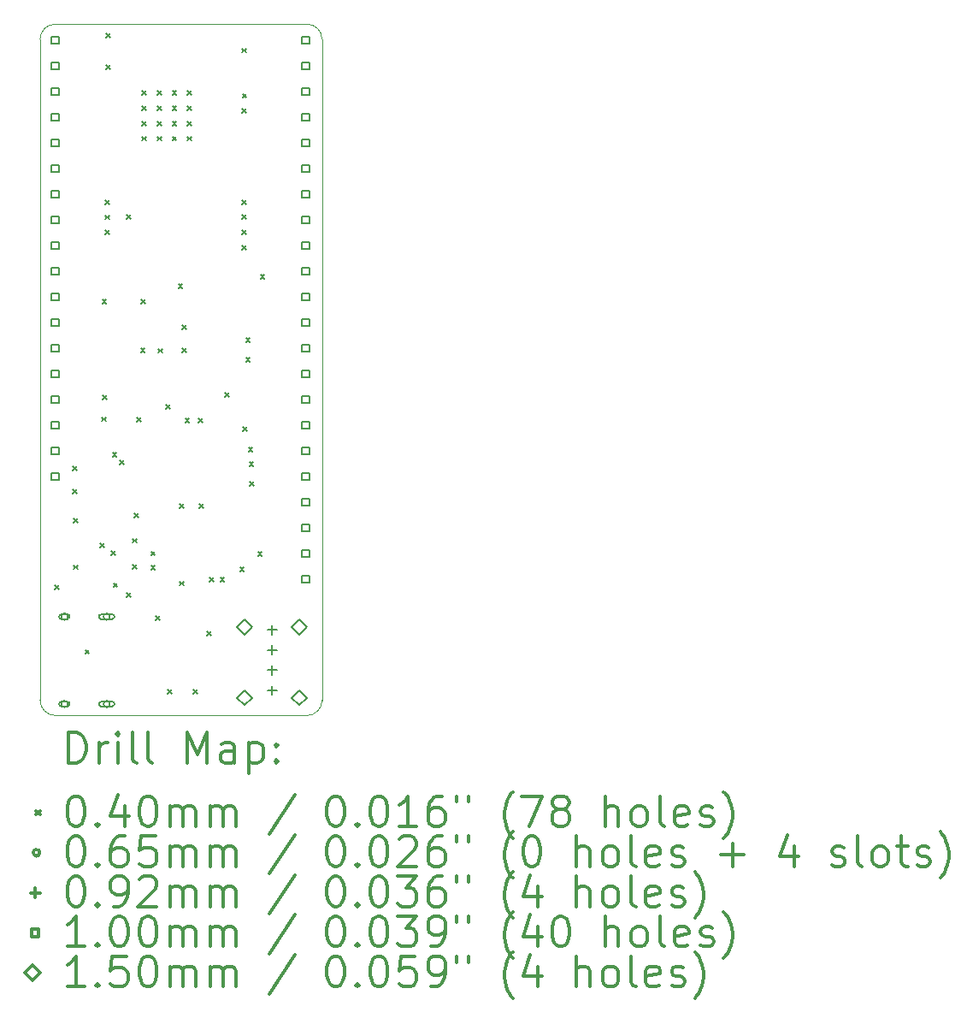
<source format=gbr>
%FSLAX45Y45*%
G04 Gerber Fmt 4.5, Leading zero omitted, Abs format (unit mm)*
G04 Created by KiCad (PCBNEW 5.1.5+dfsg1-2build2) date 2021-06-10 16:32:59*
%MOMM*%
%LPD*%
G04 APERTURE LIST*
%TA.AperFunction,Profile*%
%ADD10C,0.050000*%
%TD*%
%ADD11C,0.200000*%
%ADD12C,0.300000*%
G04 APERTURE END LIST*
D10*
X13695000Y-13400000D02*
X13695000Y-6858000D01*
X16337000Y-13551000D02*
X13845000Y-13550000D01*
X16487000Y-6858000D02*
X16487000Y-13401000D01*
X13845000Y-6708000D02*
X16337000Y-6708000D01*
X16487000Y-13401000D02*
G75*
G02X16337000Y-13551000I-150000J0D01*
G01*
X13845000Y-13550000D02*
G75*
G02X13695000Y-13400000I0J150000D01*
G01*
X13695000Y-6858000D02*
G75*
G02X13845000Y-6708000I150000J0D01*
G01*
X16337000Y-6708000D02*
G75*
G02X16487000Y-6858000I0J-150000D01*
G01*
D11*
X13843990Y-12259710D02*
X13883990Y-12299710D01*
X13883990Y-12259710D02*
X13843990Y-12299710D01*
X14020266Y-11083944D02*
X14060266Y-11123944D01*
X14060266Y-11083944D02*
X14020266Y-11123944D01*
X14021282Y-11310766D02*
X14061282Y-11350766D01*
X14061282Y-11310766D02*
X14021282Y-11350766D01*
X14025092Y-12062098D02*
X14065092Y-12102098D01*
X14065092Y-12062098D02*
X14025092Y-12102098D01*
X14028140Y-11599310D02*
X14068140Y-11639310D01*
X14068140Y-11599310D02*
X14028140Y-11639310D01*
X14142441Y-12901060D02*
X14182441Y-12941060D01*
X14182441Y-12901060D02*
X14142441Y-12941060D01*
X14291538Y-11846198D02*
X14331538Y-11886198D01*
X14331538Y-11846198D02*
X14291538Y-11886198D01*
X14303952Y-10598772D02*
X14343952Y-10638772D01*
X14343952Y-10598772D02*
X14303952Y-10638772D01*
X14310080Y-9431420D02*
X14350080Y-9471420D01*
X14350080Y-9431420D02*
X14310080Y-9471420D01*
X14317700Y-10383920D02*
X14357700Y-10423920D01*
X14357700Y-10383920D02*
X14317700Y-10423920D01*
X14339798Y-8749938D02*
X14379798Y-8789938D01*
X14379798Y-8749938D02*
X14339798Y-8789938D01*
X14340814Y-8598808D02*
X14380814Y-8638808D01*
X14380814Y-8598808D02*
X14340814Y-8638808D01*
X14341322Y-8452250D02*
X14381322Y-8492250D01*
X14381322Y-8452250D02*
X14341322Y-8492250D01*
X14346910Y-6801250D02*
X14386910Y-6841250D01*
X14386910Y-6801250D02*
X14346910Y-6841250D01*
X14347164Y-7112400D02*
X14387164Y-7152400D01*
X14387164Y-7112400D02*
X14347164Y-7152400D01*
X14401520Y-11924430D02*
X14441520Y-11964430D01*
X14441520Y-11924430D02*
X14401520Y-11964430D01*
X14412294Y-10950622D02*
X14452294Y-10990622D01*
X14452294Y-10950622D02*
X14412294Y-10990622D01*
X14420990Y-12241266D02*
X14460990Y-12281266D01*
X14460990Y-12241266D02*
X14420990Y-12281266D01*
X14482038Y-11024254D02*
X14522038Y-11064254D01*
X14522038Y-11024254D02*
X14482038Y-11064254D01*
X14552039Y-8598554D02*
X14592039Y-8638554D01*
X14592039Y-8598554D02*
X14552039Y-8638554D01*
X14552650Y-12339974D02*
X14592650Y-12379974D01*
X14592650Y-12339974D02*
X14552650Y-12379974D01*
X14612340Y-12056256D02*
X14652340Y-12096256D01*
X14652340Y-12056256D02*
X14612340Y-12096256D01*
X14613610Y-11800478D02*
X14653610Y-11840478D01*
X14653610Y-11800478D02*
X14613610Y-11840478D01*
X14626508Y-11549272D02*
X14666508Y-11589272D01*
X14666508Y-11549272D02*
X14626508Y-11589272D01*
X14656028Y-10601344D02*
X14696028Y-10641344D01*
X14696028Y-10601344D02*
X14656028Y-10641344D01*
X14691334Y-9916052D02*
X14731334Y-9956052D01*
X14731334Y-9916052D02*
X14691334Y-9956052D01*
X14696160Y-9431420D02*
X14736160Y-9471420D01*
X14736160Y-9431420D02*
X14696160Y-9471420D01*
X14705470Y-7370630D02*
X14745470Y-7410630D01*
X14745470Y-7370630D02*
X14705470Y-7410630D01*
X14705470Y-7520630D02*
X14745470Y-7560630D01*
X14745470Y-7520630D02*
X14705470Y-7560630D01*
X14705470Y-7670630D02*
X14745470Y-7710630D01*
X14745470Y-7670630D02*
X14705470Y-7710630D01*
X14705470Y-7820630D02*
X14745470Y-7860630D01*
X14745470Y-7820630D02*
X14705470Y-7860630D01*
X14794204Y-11927732D02*
X14834204Y-11967732D01*
X14834204Y-11927732D02*
X14794204Y-11967732D01*
X14794204Y-12064384D02*
X14834204Y-12104384D01*
X14834204Y-12064384D02*
X14794204Y-12104384D01*
X14840432Y-12565272D02*
X14880432Y-12605272D01*
X14880432Y-12565272D02*
X14840432Y-12605272D01*
X14855470Y-7370630D02*
X14895470Y-7410630D01*
X14895470Y-7370630D02*
X14855470Y-7410630D01*
X14855470Y-7520630D02*
X14895470Y-7560630D01*
X14895470Y-7520630D02*
X14855470Y-7560630D01*
X14855470Y-7670630D02*
X14895470Y-7710630D01*
X14895470Y-7670630D02*
X14855470Y-7710630D01*
X14855470Y-7820630D02*
X14895470Y-7860630D01*
X14895470Y-7820630D02*
X14855470Y-7860630D01*
X14863800Y-9920370D02*
X14903800Y-9960370D01*
X14903800Y-9920370D02*
X14863800Y-9960370D01*
X14940000Y-10477900D02*
X14980000Y-10517900D01*
X14980000Y-10477900D02*
X14940000Y-10517900D01*
X14956510Y-13293490D02*
X14996510Y-13333490D01*
X14996510Y-13293490D02*
X14956510Y-13333490D01*
X15005470Y-7370630D02*
X15045470Y-7410630D01*
X15045470Y-7370630D02*
X15005470Y-7410630D01*
X15005470Y-7520630D02*
X15045470Y-7560630D01*
X15045470Y-7520630D02*
X15005470Y-7560630D01*
X15005470Y-7670630D02*
X15045470Y-7710630D01*
X15045470Y-7670630D02*
X15005470Y-7710630D01*
X15005470Y-7820630D02*
X15045470Y-7860630D01*
X15045470Y-7820630D02*
X15005470Y-7860630D01*
X15064968Y-9281052D02*
X15104968Y-9321052D01*
X15104968Y-9281052D02*
X15064968Y-9321052D01*
X15078407Y-12222880D02*
X15118407Y-12262880D01*
X15118407Y-12222880D02*
X15078407Y-12262880D01*
X15079700Y-11457070D02*
X15119700Y-11497070D01*
X15119700Y-11457070D02*
X15079700Y-11497070D01*
X15101250Y-9685290D02*
X15141250Y-9725290D01*
X15141250Y-9685290D02*
X15101250Y-9725290D01*
X15101250Y-9915290D02*
X15141250Y-9955290D01*
X15141250Y-9915290D02*
X15101250Y-9955290D01*
X15132532Y-10610488D02*
X15172532Y-10650488D01*
X15172532Y-10610488D02*
X15132532Y-10650488D01*
X15155470Y-7370630D02*
X15195470Y-7410630D01*
X15195470Y-7370630D02*
X15155470Y-7410630D01*
X15155470Y-7520630D02*
X15195470Y-7560630D01*
X15195470Y-7520630D02*
X15155470Y-7560630D01*
X15155470Y-7670630D02*
X15195470Y-7710630D01*
X15195470Y-7670630D02*
X15155470Y-7710630D01*
X15155470Y-7820630D02*
X15195470Y-7860630D01*
X15195470Y-7820630D02*
X15155470Y-7860630D01*
X15213050Y-13293490D02*
X15253050Y-13333490D01*
X15253050Y-13293490D02*
X15213050Y-13333490D01*
X15260548Y-10607948D02*
X15300548Y-10647948D01*
X15300548Y-10607948D02*
X15260548Y-10647948D01*
X15272740Y-11455800D02*
X15312740Y-11495800D01*
X15312740Y-11455800D02*
X15272740Y-11495800D01*
X15345130Y-12718180D02*
X15385130Y-12758180D01*
X15385130Y-12718180D02*
X15345130Y-12758180D01*
X15373070Y-12183764D02*
X15413070Y-12223764D01*
X15413070Y-12183764D02*
X15373070Y-12223764D01*
X15479750Y-12187574D02*
X15519750Y-12227574D01*
X15519750Y-12187574D02*
X15479750Y-12227574D01*
X15526232Y-10358520D02*
X15566232Y-10398520D01*
X15566232Y-10358520D02*
X15526232Y-10398520D01*
X15675030Y-12081910D02*
X15715030Y-12121910D01*
X15715030Y-12081910D02*
X15675030Y-12121910D01*
X15692348Y-8594744D02*
X15732348Y-8634744D01*
X15732348Y-8594744D02*
X15692348Y-8634744D01*
X15692348Y-8898528D02*
X15732348Y-8938528D01*
X15732348Y-8898528D02*
X15692348Y-8938528D01*
X15692602Y-8748922D02*
X15732602Y-8788922D01*
X15732602Y-8748922D02*
X15692602Y-8788922D01*
X15694126Y-6948062D02*
X15734126Y-6988062D01*
X15734126Y-6948062D02*
X15694126Y-6988062D01*
X15695396Y-8449710D02*
X15735396Y-8489710D01*
X15735396Y-8449710D02*
X15695396Y-8489710D01*
X15697428Y-7548010D02*
X15737428Y-7588010D01*
X15737428Y-7548010D02*
X15697428Y-7588010D01*
X15698444Y-7397134D02*
X15738444Y-7437134D01*
X15738444Y-7397134D02*
X15698444Y-7437134D01*
X15705810Y-10693292D02*
X15745810Y-10733292D01*
X15745810Y-10693292D02*
X15705810Y-10733292D01*
X15732480Y-9815976D02*
X15772480Y-9855976D01*
X15772480Y-9815976D02*
X15732480Y-9855976D01*
X15732480Y-10010032D02*
X15772480Y-10050032D01*
X15772480Y-10010032D02*
X15732480Y-10050032D01*
X15758331Y-10896549D02*
X15798331Y-10936549D01*
X15798331Y-10896549D02*
X15758331Y-10936549D01*
X15768040Y-11043050D02*
X15808040Y-11083050D01*
X15808040Y-11043050D02*
X15768040Y-11083050D01*
X15769310Y-11239900D02*
X15809310Y-11279900D01*
X15809310Y-11239900D02*
X15769310Y-11279900D01*
X15851352Y-11928494D02*
X15891352Y-11968494D01*
X15891352Y-11928494D02*
X15851352Y-11968494D01*
X15877260Y-9188596D02*
X15917260Y-9228596D01*
X15917260Y-9188596D02*
X15877260Y-9228596D01*
X13968880Y-12572880D02*
G75*
G03X13968880Y-12572880I-32500J0D01*
G01*
X13966380Y-12550380D02*
X13906380Y-12550380D01*
X13966380Y-12595380D02*
X13906380Y-12595380D01*
X13906380Y-12550380D02*
G75*
G03X13906380Y-12595380I0J-22500D01*
G01*
X13966380Y-12595380D02*
G75*
G03X13966380Y-12550380I0J22500D01*
G01*
X13968880Y-13436880D02*
G75*
G03X13968880Y-13436880I-32500J0D01*
G01*
X13966380Y-13414380D02*
X13906380Y-13414380D01*
X13966380Y-13459380D02*
X13906380Y-13459380D01*
X13906380Y-13414380D02*
G75*
G03X13906380Y-13459380I0J-22500D01*
G01*
X13966380Y-13459380D02*
G75*
G03X13966380Y-13414380I0J22500D01*
G01*
X14386880Y-12572880D02*
G75*
G03X14386880Y-12572880I-32500J0D01*
G01*
X14409380Y-12550380D02*
X14299380Y-12550380D01*
X14409380Y-12595380D02*
X14299380Y-12595380D01*
X14299380Y-12550380D02*
G75*
G03X14299380Y-12595380I0J-22500D01*
G01*
X14409380Y-12595380D02*
G75*
G03X14409380Y-12550380I0J22500D01*
G01*
X14386880Y-13436880D02*
G75*
G03X14386880Y-13436880I-32500J0D01*
G01*
X14409380Y-13414380D02*
X14299380Y-13414380D01*
X14409380Y-13459380D02*
X14299380Y-13459380D01*
X14299380Y-13414380D02*
G75*
G03X14299380Y-13459380I0J-22500D01*
G01*
X14409380Y-13459380D02*
G75*
G03X14409380Y-13414380I0J22500D01*
G01*
X15991240Y-12656060D02*
X15991240Y-12748060D01*
X15945240Y-12702060D02*
X16037240Y-12702060D01*
X15991240Y-12856060D02*
X15991240Y-12948060D01*
X15945240Y-12902060D02*
X16037240Y-12902060D01*
X15991240Y-13056060D02*
X15991240Y-13148060D01*
X15945240Y-13102060D02*
X16037240Y-13102060D01*
X15991240Y-13256060D02*
X15991240Y-13348060D01*
X15945240Y-13302060D02*
X16037240Y-13302060D01*
X13880356Y-6902856D02*
X13880356Y-6832144D01*
X13809644Y-6832144D01*
X13809644Y-6902856D01*
X13880356Y-6902856D01*
X13880356Y-7156856D02*
X13880356Y-7086144D01*
X13809644Y-7086144D01*
X13809644Y-7156856D01*
X13880356Y-7156856D01*
X13880356Y-7410856D02*
X13880356Y-7340144D01*
X13809644Y-7340144D01*
X13809644Y-7410856D01*
X13880356Y-7410856D01*
X13880356Y-7664856D02*
X13880356Y-7594144D01*
X13809644Y-7594144D01*
X13809644Y-7664856D01*
X13880356Y-7664856D01*
X13880356Y-7918856D02*
X13880356Y-7848144D01*
X13809644Y-7848144D01*
X13809644Y-7918856D01*
X13880356Y-7918856D01*
X13880356Y-8172856D02*
X13880356Y-8102144D01*
X13809644Y-8102144D01*
X13809644Y-8172856D01*
X13880356Y-8172856D01*
X13880356Y-8426856D02*
X13880356Y-8356144D01*
X13809644Y-8356144D01*
X13809644Y-8426856D01*
X13880356Y-8426856D01*
X13880356Y-8680856D02*
X13880356Y-8610144D01*
X13809644Y-8610144D01*
X13809644Y-8680856D01*
X13880356Y-8680856D01*
X13880356Y-8934856D02*
X13880356Y-8864144D01*
X13809644Y-8864144D01*
X13809644Y-8934856D01*
X13880356Y-8934856D01*
X13880356Y-9188856D02*
X13880356Y-9118144D01*
X13809644Y-9118144D01*
X13809644Y-9188856D01*
X13880356Y-9188856D01*
X13880356Y-9442856D02*
X13880356Y-9372144D01*
X13809644Y-9372144D01*
X13809644Y-9442856D01*
X13880356Y-9442856D01*
X13880356Y-9696856D02*
X13880356Y-9626144D01*
X13809644Y-9626144D01*
X13809644Y-9696856D01*
X13880356Y-9696856D01*
X13880356Y-9950856D02*
X13880356Y-9880144D01*
X13809644Y-9880144D01*
X13809644Y-9950856D01*
X13880356Y-9950856D01*
X13880356Y-10204856D02*
X13880356Y-10134144D01*
X13809644Y-10134144D01*
X13809644Y-10204856D01*
X13880356Y-10204856D01*
X13880356Y-10458856D02*
X13880356Y-10388144D01*
X13809644Y-10388144D01*
X13809644Y-10458856D01*
X13880356Y-10458856D01*
X13880356Y-10712856D02*
X13880356Y-10642144D01*
X13809644Y-10642144D01*
X13809644Y-10712856D01*
X13880356Y-10712856D01*
X13880356Y-10966856D02*
X13880356Y-10896144D01*
X13809644Y-10896144D01*
X13809644Y-10966856D01*
X13880356Y-10966856D01*
X13880356Y-11220856D02*
X13880356Y-11150144D01*
X13809644Y-11150144D01*
X13809644Y-11220856D01*
X13880356Y-11220856D01*
X16359356Y-6902856D02*
X16359356Y-6832144D01*
X16288644Y-6832144D01*
X16288644Y-6902856D01*
X16359356Y-6902856D01*
X16359356Y-7156856D02*
X16359356Y-7086144D01*
X16288644Y-7086144D01*
X16288644Y-7156856D01*
X16359356Y-7156856D01*
X16359356Y-7410856D02*
X16359356Y-7340144D01*
X16288644Y-7340144D01*
X16288644Y-7410856D01*
X16359356Y-7410856D01*
X16359356Y-7664856D02*
X16359356Y-7594144D01*
X16288644Y-7594144D01*
X16288644Y-7664856D01*
X16359356Y-7664856D01*
X16359356Y-7918856D02*
X16359356Y-7848144D01*
X16288644Y-7848144D01*
X16288644Y-7918856D01*
X16359356Y-7918856D01*
X16359356Y-8172856D02*
X16359356Y-8102144D01*
X16288644Y-8102144D01*
X16288644Y-8172856D01*
X16359356Y-8172856D01*
X16359356Y-8426856D02*
X16359356Y-8356144D01*
X16288644Y-8356144D01*
X16288644Y-8426856D01*
X16359356Y-8426856D01*
X16359356Y-8680856D02*
X16359356Y-8610144D01*
X16288644Y-8610144D01*
X16288644Y-8680856D01*
X16359356Y-8680856D01*
X16359356Y-8934856D02*
X16359356Y-8864144D01*
X16288644Y-8864144D01*
X16288644Y-8934856D01*
X16359356Y-8934856D01*
X16359356Y-9188856D02*
X16359356Y-9118144D01*
X16288644Y-9118144D01*
X16288644Y-9188856D01*
X16359356Y-9188856D01*
X16359356Y-9442856D02*
X16359356Y-9372144D01*
X16288644Y-9372144D01*
X16288644Y-9442856D01*
X16359356Y-9442856D01*
X16359356Y-9696856D02*
X16359356Y-9626144D01*
X16288644Y-9626144D01*
X16288644Y-9696856D01*
X16359356Y-9696856D01*
X16359356Y-9950856D02*
X16359356Y-9880144D01*
X16288644Y-9880144D01*
X16288644Y-9950856D01*
X16359356Y-9950856D01*
X16359356Y-10204856D02*
X16359356Y-10134144D01*
X16288644Y-10134144D01*
X16288644Y-10204856D01*
X16359356Y-10204856D01*
X16359356Y-10458856D02*
X16359356Y-10388144D01*
X16288644Y-10388144D01*
X16288644Y-10458856D01*
X16359356Y-10458856D01*
X16359356Y-10712856D02*
X16359356Y-10642144D01*
X16288644Y-10642144D01*
X16288644Y-10712856D01*
X16359356Y-10712856D01*
X16359356Y-10966856D02*
X16359356Y-10896144D01*
X16288644Y-10896144D01*
X16288644Y-10966856D01*
X16359356Y-10966856D01*
X16359356Y-11220856D02*
X16359356Y-11150144D01*
X16288644Y-11150144D01*
X16288644Y-11220856D01*
X16359356Y-11220856D01*
X16359356Y-11474856D02*
X16359356Y-11404144D01*
X16288644Y-11404144D01*
X16288644Y-11474856D01*
X16359356Y-11474856D01*
X16359356Y-11728856D02*
X16359356Y-11658144D01*
X16288644Y-11658144D01*
X16288644Y-11728856D01*
X16359356Y-11728856D01*
X16359356Y-11982856D02*
X16359356Y-11912144D01*
X16288644Y-11912144D01*
X16288644Y-11982856D01*
X16359356Y-11982856D01*
X16359356Y-12236856D02*
X16359356Y-12166144D01*
X16288644Y-12166144D01*
X16288644Y-12236856D01*
X16359356Y-12236856D01*
X15719240Y-12750060D02*
X15794240Y-12675060D01*
X15719240Y-12600060D01*
X15644240Y-12675060D01*
X15719240Y-12750060D01*
X15719240Y-13450060D02*
X15794240Y-13375060D01*
X15719240Y-13300060D01*
X15644240Y-13375060D01*
X15719240Y-13450060D01*
X16263240Y-12750060D02*
X16338240Y-12675060D01*
X16263240Y-12600060D01*
X16188240Y-12675060D01*
X16263240Y-12750060D01*
X16263240Y-13450060D02*
X16338240Y-13375060D01*
X16263240Y-13300060D01*
X16188240Y-13375060D01*
X16263240Y-13450060D01*
D12*
X13978928Y-14019214D02*
X13978928Y-13719214D01*
X14050357Y-13719214D01*
X14093214Y-13733500D01*
X14121786Y-13762071D01*
X14136071Y-13790643D01*
X14150357Y-13847786D01*
X14150357Y-13890643D01*
X14136071Y-13947786D01*
X14121786Y-13976357D01*
X14093214Y-14004929D01*
X14050357Y-14019214D01*
X13978928Y-14019214D01*
X14278928Y-14019214D02*
X14278928Y-13819214D01*
X14278928Y-13876357D02*
X14293214Y-13847786D01*
X14307500Y-13833500D01*
X14336071Y-13819214D01*
X14364643Y-13819214D01*
X14464643Y-14019214D02*
X14464643Y-13819214D01*
X14464643Y-13719214D02*
X14450357Y-13733500D01*
X14464643Y-13747786D01*
X14478928Y-13733500D01*
X14464643Y-13719214D01*
X14464643Y-13747786D01*
X14650357Y-14019214D02*
X14621786Y-14004929D01*
X14607500Y-13976357D01*
X14607500Y-13719214D01*
X14807500Y-14019214D02*
X14778928Y-14004929D01*
X14764643Y-13976357D01*
X14764643Y-13719214D01*
X15150357Y-14019214D02*
X15150357Y-13719214D01*
X15250357Y-13933500D01*
X15350357Y-13719214D01*
X15350357Y-14019214D01*
X15621786Y-14019214D02*
X15621786Y-13862071D01*
X15607500Y-13833500D01*
X15578928Y-13819214D01*
X15521786Y-13819214D01*
X15493214Y-13833500D01*
X15621786Y-14004929D02*
X15593214Y-14019214D01*
X15521786Y-14019214D01*
X15493214Y-14004929D01*
X15478928Y-13976357D01*
X15478928Y-13947786D01*
X15493214Y-13919214D01*
X15521786Y-13904929D01*
X15593214Y-13904929D01*
X15621786Y-13890643D01*
X15764643Y-13819214D02*
X15764643Y-14119214D01*
X15764643Y-13833500D02*
X15793214Y-13819214D01*
X15850357Y-13819214D01*
X15878928Y-13833500D01*
X15893214Y-13847786D01*
X15907500Y-13876357D01*
X15907500Y-13962071D01*
X15893214Y-13990643D01*
X15878928Y-14004929D01*
X15850357Y-14019214D01*
X15793214Y-14019214D01*
X15764643Y-14004929D01*
X16036071Y-13990643D02*
X16050357Y-14004929D01*
X16036071Y-14019214D01*
X16021786Y-14004929D01*
X16036071Y-13990643D01*
X16036071Y-14019214D01*
X16036071Y-13833500D02*
X16050357Y-13847786D01*
X16036071Y-13862071D01*
X16021786Y-13847786D01*
X16036071Y-13833500D01*
X16036071Y-13862071D01*
X13652500Y-14493500D02*
X13692500Y-14533500D01*
X13692500Y-14493500D02*
X13652500Y-14533500D01*
X14036071Y-14349214D02*
X14064643Y-14349214D01*
X14093214Y-14363500D01*
X14107500Y-14377786D01*
X14121786Y-14406357D01*
X14136071Y-14463500D01*
X14136071Y-14534929D01*
X14121786Y-14592071D01*
X14107500Y-14620643D01*
X14093214Y-14634929D01*
X14064643Y-14649214D01*
X14036071Y-14649214D01*
X14007500Y-14634929D01*
X13993214Y-14620643D01*
X13978928Y-14592071D01*
X13964643Y-14534929D01*
X13964643Y-14463500D01*
X13978928Y-14406357D01*
X13993214Y-14377786D01*
X14007500Y-14363500D01*
X14036071Y-14349214D01*
X14264643Y-14620643D02*
X14278928Y-14634929D01*
X14264643Y-14649214D01*
X14250357Y-14634929D01*
X14264643Y-14620643D01*
X14264643Y-14649214D01*
X14536071Y-14449214D02*
X14536071Y-14649214D01*
X14464643Y-14334929D02*
X14393214Y-14549214D01*
X14578928Y-14549214D01*
X14750357Y-14349214D02*
X14778928Y-14349214D01*
X14807500Y-14363500D01*
X14821786Y-14377786D01*
X14836071Y-14406357D01*
X14850357Y-14463500D01*
X14850357Y-14534929D01*
X14836071Y-14592071D01*
X14821786Y-14620643D01*
X14807500Y-14634929D01*
X14778928Y-14649214D01*
X14750357Y-14649214D01*
X14721786Y-14634929D01*
X14707500Y-14620643D01*
X14693214Y-14592071D01*
X14678928Y-14534929D01*
X14678928Y-14463500D01*
X14693214Y-14406357D01*
X14707500Y-14377786D01*
X14721786Y-14363500D01*
X14750357Y-14349214D01*
X14978928Y-14649214D02*
X14978928Y-14449214D01*
X14978928Y-14477786D02*
X14993214Y-14463500D01*
X15021786Y-14449214D01*
X15064643Y-14449214D01*
X15093214Y-14463500D01*
X15107500Y-14492071D01*
X15107500Y-14649214D01*
X15107500Y-14492071D02*
X15121786Y-14463500D01*
X15150357Y-14449214D01*
X15193214Y-14449214D01*
X15221786Y-14463500D01*
X15236071Y-14492071D01*
X15236071Y-14649214D01*
X15378928Y-14649214D02*
X15378928Y-14449214D01*
X15378928Y-14477786D02*
X15393214Y-14463500D01*
X15421786Y-14449214D01*
X15464643Y-14449214D01*
X15493214Y-14463500D01*
X15507500Y-14492071D01*
X15507500Y-14649214D01*
X15507500Y-14492071D02*
X15521786Y-14463500D01*
X15550357Y-14449214D01*
X15593214Y-14449214D01*
X15621786Y-14463500D01*
X15636071Y-14492071D01*
X15636071Y-14649214D01*
X16221786Y-14334929D02*
X15964643Y-14720643D01*
X16607500Y-14349214D02*
X16636071Y-14349214D01*
X16664643Y-14363500D01*
X16678928Y-14377786D01*
X16693214Y-14406357D01*
X16707500Y-14463500D01*
X16707500Y-14534929D01*
X16693214Y-14592071D01*
X16678928Y-14620643D01*
X16664643Y-14634929D01*
X16636071Y-14649214D01*
X16607500Y-14649214D01*
X16578928Y-14634929D01*
X16564643Y-14620643D01*
X16550357Y-14592071D01*
X16536071Y-14534929D01*
X16536071Y-14463500D01*
X16550357Y-14406357D01*
X16564643Y-14377786D01*
X16578928Y-14363500D01*
X16607500Y-14349214D01*
X16836071Y-14620643D02*
X16850357Y-14634929D01*
X16836071Y-14649214D01*
X16821786Y-14634929D01*
X16836071Y-14620643D01*
X16836071Y-14649214D01*
X17036071Y-14349214D02*
X17064643Y-14349214D01*
X17093214Y-14363500D01*
X17107500Y-14377786D01*
X17121786Y-14406357D01*
X17136071Y-14463500D01*
X17136071Y-14534929D01*
X17121786Y-14592071D01*
X17107500Y-14620643D01*
X17093214Y-14634929D01*
X17064643Y-14649214D01*
X17036071Y-14649214D01*
X17007500Y-14634929D01*
X16993214Y-14620643D01*
X16978928Y-14592071D01*
X16964643Y-14534929D01*
X16964643Y-14463500D01*
X16978928Y-14406357D01*
X16993214Y-14377786D01*
X17007500Y-14363500D01*
X17036071Y-14349214D01*
X17421786Y-14649214D02*
X17250357Y-14649214D01*
X17336071Y-14649214D02*
X17336071Y-14349214D01*
X17307500Y-14392071D01*
X17278928Y-14420643D01*
X17250357Y-14434929D01*
X17678928Y-14349214D02*
X17621786Y-14349214D01*
X17593214Y-14363500D01*
X17578928Y-14377786D01*
X17550357Y-14420643D01*
X17536071Y-14477786D01*
X17536071Y-14592071D01*
X17550357Y-14620643D01*
X17564643Y-14634929D01*
X17593214Y-14649214D01*
X17650357Y-14649214D01*
X17678928Y-14634929D01*
X17693214Y-14620643D01*
X17707500Y-14592071D01*
X17707500Y-14520643D01*
X17693214Y-14492071D01*
X17678928Y-14477786D01*
X17650357Y-14463500D01*
X17593214Y-14463500D01*
X17564643Y-14477786D01*
X17550357Y-14492071D01*
X17536071Y-14520643D01*
X17821786Y-14349214D02*
X17821786Y-14406357D01*
X17936071Y-14349214D02*
X17936071Y-14406357D01*
X18378928Y-14763500D02*
X18364643Y-14749214D01*
X18336071Y-14706357D01*
X18321786Y-14677786D01*
X18307500Y-14634929D01*
X18293214Y-14563500D01*
X18293214Y-14506357D01*
X18307500Y-14434929D01*
X18321786Y-14392071D01*
X18336071Y-14363500D01*
X18364643Y-14320643D01*
X18378928Y-14306357D01*
X18464643Y-14349214D02*
X18664643Y-14349214D01*
X18536071Y-14649214D01*
X18821786Y-14477786D02*
X18793214Y-14463500D01*
X18778928Y-14449214D01*
X18764643Y-14420643D01*
X18764643Y-14406357D01*
X18778928Y-14377786D01*
X18793214Y-14363500D01*
X18821786Y-14349214D01*
X18878928Y-14349214D01*
X18907500Y-14363500D01*
X18921786Y-14377786D01*
X18936071Y-14406357D01*
X18936071Y-14420643D01*
X18921786Y-14449214D01*
X18907500Y-14463500D01*
X18878928Y-14477786D01*
X18821786Y-14477786D01*
X18793214Y-14492071D01*
X18778928Y-14506357D01*
X18764643Y-14534929D01*
X18764643Y-14592071D01*
X18778928Y-14620643D01*
X18793214Y-14634929D01*
X18821786Y-14649214D01*
X18878928Y-14649214D01*
X18907500Y-14634929D01*
X18921786Y-14620643D01*
X18936071Y-14592071D01*
X18936071Y-14534929D01*
X18921786Y-14506357D01*
X18907500Y-14492071D01*
X18878928Y-14477786D01*
X19293214Y-14649214D02*
X19293214Y-14349214D01*
X19421786Y-14649214D02*
X19421786Y-14492071D01*
X19407500Y-14463500D01*
X19378928Y-14449214D01*
X19336071Y-14449214D01*
X19307500Y-14463500D01*
X19293214Y-14477786D01*
X19607500Y-14649214D02*
X19578928Y-14634929D01*
X19564643Y-14620643D01*
X19550357Y-14592071D01*
X19550357Y-14506357D01*
X19564643Y-14477786D01*
X19578928Y-14463500D01*
X19607500Y-14449214D01*
X19650357Y-14449214D01*
X19678928Y-14463500D01*
X19693214Y-14477786D01*
X19707500Y-14506357D01*
X19707500Y-14592071D01*
X19693214Y-14620643D01*
X19678928Y-14634929D01*
X19650357Y-14649214D01*
X19607500Y-14649214D01*
X19878928Y-14649214D02*
X19850357Y-14634929D01*
X19836071Y-14606357D01*
X19836071Y-14349214D01*
X20107500Y-14634929D02*
X20078928Y-14649214D01*
X20021786Y-14649214D01*
X19993214Y-14634929D01*
X19978928Y-14606357D01*
X19978928Y-14492071D01*
X19993214Y-14463500D01*
X20021786Y-14449214D01*
X20078928Y-14449214D01*
X20107500Y-14463500D01*
X20121786Y-14492071D01*
X20121786Y-14520643D01*
X19978928Y-14549214D01*
X20236071Y-14634929D02*
X20264643Y-14649214D01*
X20321786Y-14649214D01*
X20350357Y-14634929D01*
X20364643Y-14606357D01*
X20364643Y-14592071D01*
X20350357Y-14563500D01*
X20321786Y-14549214D01*
X20278928Y-14549214D01*
X20250357Y-14534929D01*
X20236071Y-14506357D01*
X20236071Y-14492071D01*
X20250357Y-14463500D01*
X20278928Y-14449214D01*
X20321786Y-14449214D01*
X20350357Y-14463500D01*
X20464643Y-14763500D02*
X20478928Y-14749214D01*
X20507500Y-14706357D01*
X20521786Y-14677786D01*
X20536071Y-14634929D01*
X20550357Y-14563500D01*
X20550357Y-14506357D01*
X20536071Y-14434929D01*
X20521786Y-14392071D01*
X20507500Y-14363500D01*
X20478928Y-14320643D01*
X20464643Y-14306357D01*
X13692500Y-14909500D02*
G75*
G03X13692500Y-14909500I-32500J0D01*
G01*
X14036071Y-14745214D02*
X14064643Y-14745214D01*
X14093214Y-14759500D01*
X14107500Y-14773786D01*
X14121786Y-14802357D01*
X14136071Y-14859500D01*
X14136071Y-14930929D01*
X14121786Y-14988071D01*
X14107500Y-15016643D01*
X14093214Y-15030929D01*
X14064643Y-15045214D01*
X14036071Y-15045214D01*
X14007500Y-15030929D01*
X13993214Y-15016643D01*
X13978928Y-14988071D01*
X13964643Y-14930929D01*
X13964643Y-14859500D01*
X13978928Y-14802357D01*
X13993214Y-14773786D01*
X14007500Y-14759500D01*
X14036071Y-14745214D01*
X14264643Y-15016643D02*
X14278928Y-15030929D01*
X14264643Y-15045214D01*
X14250357Y-15030929D01*
X14264643Y-15016643D01*
X14264643Y-15045214D01*
X14536071Y-14745214D02*
X14478928Y-14745214D01*
X14450357Y-14759500D01*
X14436071Y-14773786D01*
X14407500Y-14816643D01*
X14393214Y-14873786D01*
X14393214Y-14988071D01*
X14407500Y-15016643D01*
X14421786Y-15030929D01*
X14450357Y-15045214D01*
X14507500Y-15045214D01*
X14536071Y-15030929D01*
X14550357Y-15016643D01*
X14564643Y-14988071D01*
X14564643Y-14916643D01*
X14550357Y-14888071D01*
X14536071Y-14873786D01*
X14507500Y-14859500D01*
X14450357Y-14859500D01*
X14421786Y-14873786D01*
X14407500Y-14888071D01*
X14393214Y-14916643D01*
X14836071Y-14745214D02*
X14693214Y-14745214D01*
X14678928Y-14888071D01*
X14693214Y-14873786D01*
X14721786Y-14859500D01*
X14793214Y-14859500D01*
X14821786Y-14873786D01*
X14836071Y-14888071D01*
X14850357Y-14916643D01*
X14850357Y-14988071D01*
X14836071Y-15016643D01*
X14821786Y-15030929D01*
X14793214Y-15045214D01*
X14721786Y-15045214D01*
X14693214Y-15030929D01*
X14678928Y-15016643D01*
X14978928Y-15045214D02*
X14978928Y-14845214D01*
X14978928Y-14873786D02*
X14993214Y-14859500D01*
X15021786Y-14845214D01*
X15064643Y-14845214D01*
X15093214Y-14859500D01*
X15107500Y-14888071D01*
X15107500Y-15045214D01*
X15107500Y-14888071D02*
X15121786Y-14859500D01*
X15150357Y-14845214D01*
X15193214Y-14845214D01*
X15221786Y-14859500D01*
X15236071Y-14888071D01*
X15236071Y-15045214D01*
X15378928Y-15045214D02*
X15378928Y-14845214D01*
X15378928Y-14873786D02*
X15393214Y-14859500D01*
X15421786Y-14845214D01*
X15464643Y-14845214D01*
X15493214Y-14859500D01*
X15507500Y-14888071D01*
X15507500Y-15045214D01*
X15507500Y-14888071D02*
X15521786Y-14859500D01*
X15550357Y-14845214D01*
X15593214Y-14845214D01*
X15621786Y-14859500D01*
X15636071Y-14888071D01*
X15636071Y-15045214D01*
X16221786Y-14730929D02*
X15964643Y-15116643D01*
X16607500Y-14745214D02*
X16636071Y-14745214D01*
X16664643Y-14759500D01*
X16678928Y-14773786D01*
X16693214Y-14802357D01*
X16707500Y-14859500D01*
X16707500Y-14930929D01*
X16693214Y-14988071D01*
X16678928Y-15016643D01*
X16664643Y-15030929D01*
X16636071Y-15045214D01*
X16607500Y-15045214D01*
X16578928Y-15030929D01*
X16564643Y-15016643D01*
X16550357Y-14988071D01*
X16536071Y-14930929D01*
X16536071Y-14859500D01*
X16550357Y-14802357D01*
X16564643Y-14773786D01*
X16578928Y-14759500D01*
X16607500Y-14745214D01*
X16836071Y-15016643D02*
X16850357Y-15030929D01*
X16836071Y-15045214D01*
X16821786Y-15030929D01*
X16836071Y-15016643D01*
X16836071Y-15045214D01*
X17036071Y-14745214D02*
X17064643Y-14745214D01*
X17093214Y-14759500D01*
X17107500Y-14773786D01*
X17121786Y-14802357D01*
X17136071Y-14859500D01*
X17136071Y-14930929D01*
X17121786Y-14988071D01*
X17107500Y-15016643D01*
X17093214Y-15030929D01*
X17064643Y-15045214D01*
X17036071Y-15045214D01*
X17007500Y-15030929D01*
X16993214Y-15016643D01*
X16978928Y-14988071D01*
X16964643Y-14930929D01*
X16964643Y-14859500D01*
X16978928Y-14802357D01*
X16993214Y-14773786D01*
X17007500Y-14759500D01*
X17036071Y-14745214D01*
X17250357Y-14773786D02*
X17264643Y-14759500D01*
X17293214Y-14745214D01*
X17364643Y-14745214D01*
X17393214Y-14759500D01*
X17407500Y-14773786D01*
X17421786Y-14802357D01*
X17421786Y-14830929D01*
X17407500Y-14873786D01*
X17236071Y-15045214D01*
X17421786Y-15045214D01*
X17678928Y-14745214D02*
X17621786Y-14745214D01*
X17593214Y-14759500D01*
X17578928Y-14773786D01*
X17550357Y-14816643D01*
X17536071Y-14873786D01*
X17536071Y-14988071D01*
X17550357Y-15016643D01*
X17564643Y-15030929D01*
X17593214Y-15045214D01*
X17650357Y-15045214D01*
X17678928Y-15030929D01*
X17693214Y-15016643D01*
X17707500Y-14988071D01*
X17707500Y-14916643D01*
X17693214Y-14888071D01*
X17678928Y-14873786D01*
X17650357Y-14859500D01*
X17593214Y-14859500D01*
X17564643Y-14873786D01*
X17550357Y-14888071D01*
X17536071Y-14916643D01*
X17821786Y-14745214D02*
X17821786Y-14802357D01*
X17936071Y-14745214D02*
X17936071Y-14802357D01*
X18378928Y-15159500D02*
X18364643Y-15145214D01*
X18336071Y-15102357D01*
X18321786Y-15073786D01*
X18307500Y-15030929D01*
X18293214Y-14959500D01*
X18293214Y-14902357D01*
X18307500Y-14830929D01*
X18321786Y-14788071D01*
X18336071Y-14759500D01*
X18364643Y-14716643D01*
X18378928Y-14702357D01*
X18550357Y-14745214D02*
X18578928Y-14745214D01*
X18607500Y-14759500D01*
X18621786Y-14773786D01*
X18636071Y-14802357D01*
X18650357Y-14859500D01*
X18650357Y-14930929D01*
X18636071Y-14988071D01*
X18621786Y-15016643D01*
X18607500Y-15030929D01*
X18578928Y-15045214D01*
X18550357Y-15045214D01*
X18521786Y-15030929D01*
X18507500Y-15016643D01*
X18493214Y-14988071D01*
X18478928Y-14930929D01*
X18478928Y-14859500D01*
X18493214Y-14802357D01*
X18507500Y-14773786D01*
X18521786Y-14759500D01*
X18550357Y-14745214D01*
X19007500Y-15045214D02*
X19007500Y-14745214D01*
X19136071Y-15045214D02*
X19136071Y-14888071D01*
X19121786Y-14859500D01*
X19093214Y-14845214D01*
X19050357Y-14845214D01*
X19021786Y-14859500D01*
X19007500Y-14873786D01*
X19321786Y-15045214D02*
X19293214Y-15030929D01*
X19278928Y-15016643D01*
X19264643Y-14988071D01*
X19264643Y-14902357D01*
X19278928Y-14873786D01*
X19293214Y-14859500D01*
X19321786Y-14845214D01*
X19364643Y-14845214D01*
X19393214Y-14859500D01*
X19407500Y-14873786D01*
X19421786Y-14902357D01*
X19421786Y-14988071D01*
X19407500Y-15016643D01*
X19393214Y-15030929D01*
X19364643Y-15045214D01*
X19321786Y-15045214D01*
X19593214Y-15045214D02*
X19564643Y-15030929D01*
X19550357Y-15002357D01*
X19550357Y-14745214D01*
X19821786Y-15030929D02*
X19793214Y-15045214D01*
X19736071Y-15045214D01*
X19707500Y-15030929D01*
X19693214Y-15002357D01*
X19693214Y-14888071D01*
X19707500Y-14859500D01*
X19736071Y-14845214D01*
X19793214Y-14845214D01*
X19821786Y-14859500D01*
X19836071Y-14888071D01*
X19836071Y-14916643D01*
X19693214Y-14945214D01*
X19950357Y-15030929D02*
X19978928Y-15045214D01*
X20036071Y-15045214D01*
X20064643Y-15030929D01*
X20078928Y-15002357D01*
X20078928Y-14988071D01*
X20064643Y-14959500D01*
X20036071Y-14945214D01*
X19993214Y-14945214D01*
X19964643Y-14930929D01*
X19950357Y-14902357D01*
X19950357Y-14888071D01*
X19964643Y-14859500D01*
X19993214Y-14845214D01*
X20036071Y-14845214D01*
X20064643Y-14859500D01*
X20436071Y-14930929D02*
X20664643Y-14930929D01*
X20550357Y-15045214D02*
X20550357Y-14816643D01*
X21164643Y-14845214D02*
X21164643Y-15045214D01*
X21093214Y-14730929D02*
X21021786Y-14945214D01*
X21207500Y-14945214D01*
X21536071Y-15030929D02*
X21564643Y-15045214D01*
X21621786Y-15045214D01*
X21650357Y-15030929D01*
X21664643Y-15002357D01*
X21664643Y-14988071D01*
X21650357Y-14959500D01*
X21621786Y-14945214D01*
X21578928Y-14945214D01*
X21550357Y-14930929D01*
X21536071Y-14902357D01*
X21536071Y-14888071D01*
X21550357Y-14859500D01*
X21578928Y-14845214D01*
X21621786Y-14845214D01*
X21650357Y-14859500D01*
X21836071Y-15045214D02*
X21807500Y-15030929D01*
X21793214Y-15002357D01*
X21793214Y-14745214D01*
X21993214Y-15045214D02*
X21964643Y-15030929D01*
X21950357Y-15016643D01*
X21936071Y-14988071D01*
X21936071Y-14902357D01*
X21950357Y-14873786D01*
X21964643Y-14859500D01*
X21993214Y-14845214D01*
X22036071Y-14845214D01*
X22064643Y-14859500D01*
X22078928Y-14873786D01*
X22093214Y-14902357D01*
X22093214Y-14988071D01*
X22078928Y-15016643D01*
X22064643Y-15030929D01*
X22036071Y-15045214D01*
X21993214Y-15045214D01*
X22178928Y-14845214D02*
X22293214Y-14845214D01*
X22221786Y-14745214D02*
X22221786Y-15002357D01*
X22236071Y-15030929D01*
X22264643Y-15045214D01*
X22293214Y-15045214D01*
X22378928Y-15030929D02*
X22407500Y-15045214D01*
X22464643Y-15045214D01*
X22493214Y-15030929D01*
X22507500Y-15002357D01*
X22507500Y-14988071D01*
X22493214Y-14959500D01*
X22464643Y-14945214D01*
X22421786Y-14945214D01*
X22393214Y-14930929D01*
X22378928Y-14902357D01*
X22378928Y-14888071D01*
X22393214Y-14859500D01*
X22421786Y-14845214D01*
X22464643Y-14845214D01*
X22493214Y-14859500D01*
X22607500Y-15159500D02*
X22621786Y-15145214D01*
X22650357Y-15102357D01*
X22664643Y-15073786D01*
X22678928Y-15030929D01*
X22693214Y-14959500D01*
X22693214Y-14902357D01*
X22678928Y-14830929D01*
X22664643Y-14788071D01*
X22650357Y-14759500D01*
X22621786Y-14716643D01*
X22607500Y-14702357D01*
X13646500Y-15259500D02*
X13646500Y-15351500D01*
X13600500Y-15305500D02*
X13692500Y-15305500D01*
X14036071Y-15141214D02*
X14064643Y-15141214D01*
X14093214Y-15155500D01*
X14107500Y-15169786D01*
X14121786Y-15198357D01*
X14136071Y-15255500D01*
X14136071Y-15326929D01*
X14121786Y-15384071D01*
X14107500Y-15412643D01*
X14093214Y-15426929D01*
X14064643Y-15441214D01*
X14036071Y-15441214D01*
X14007500Y-15426929D01*
X13993214Y-15412643D01*
X13978928Y-15384071D01*
X13964643Y-15326929D01*
X13964643Y-15255500D01*
X13978928Y-15198357D01*
X13993214Y-15169786D01*
X14007500Y-15155500D01*
X14036071Y-15141214D01*
X14264643Y-15412643D02*
X14278928Y-15426929D01*
X14264643Y-15441214D01*
X14250357Y-15426929D01*
X14264643Y-15412643D01*
X14264643Y-15441214D01*
X14421786Y-15441214D02*
X14478928Y-15441214D01*
X14507500Y-15426929D01*
X14521786Y-15412643D01*
X14550357Y-15369786D01*
X14564643Y-15312643D01*
X14564643Y-15198357D01*
X14550357Y-15169786D01*
X14536071Y-15155500D01*
X14507500Y-15141214D01*
X14450357Y-15141214D01*
X14421786Y-15155500D01*
X14407500Y-15169786D01*
X14393214Y-15198357D01*
X14393214Y-15269786D01*
X14407500Y-15298357D01*
X14421786Y-15312643D01*
X14450357Y-15326929D01*
X14507500Y-15326929D01*
X14536071Y-15312643D01*
X14550357Y-15298357D01*
X14564643Y-15269786D01*
X14678928Y-15169786D02*
X14693214Y-15155500D01*
X14721786Y-15141214D01*
X14793214Y-15141214D01*
X14821786Y-15155500D01*
X14836071Y-15169786D01*
X14850357Y-15198357D01*
X14850357Y-15226929D01*
X14836071Y-15269786D01*
X14664643Y-15441214D01*
X14850357Y-15441214D01*
X14978928Y-15441214D02*
X14978928Y-15241214D01*
X14978928Y-15269786D02*
X14993214Y-15255500D01*
X15021786Y-15241214D01*
X15064643Y-15241214D01*
X15093214Y-15255500D01*
X15107500Y-15284071D01*
X15107500Y-15441214D01*
X15107500Y-15284071D02*
X15121786Y-15255500D01*
X15150357Y-15241214D01*
X15193214Y-15241214D01*
X15221786Y-15255500D01*
X15236071Y-15284071D01*
X15236071Y-15441214D01*
X15378928Y-15441214D02*
X15378928Y-15241214D01*
X15378928Y-15269786D02*
X15393214Y-15255500D01*
X15421786Y-15241214D01*
X15464643Y-15241214D01*
X15493214Y-15255500D01*
X15507500Y-15284071D01*
X15507500Y-15441214D01*
X15507500Y-15284071D02*
X15521786Y-15255500D01*
X15550357Y-15241214D01*
X15593214Y-15241214D01*
X15621786Y-15255500D01*
X15636071Y-15284071D01*
X15636071Y-15441214D01*
X16221786Y-15126929D02*
X15964643Y-15512643D01*
X16607500Y-15141214D02*
X16636071Y-15141214D01*
X16664643Y-15155500D01*
X16678928Y-15169786D01*
X16693214Y-15198357D01*
X16707500Y-15255500D01*
X16707500Y-15326929D01*
X16693214Y-15384071D01*
X16678928Y-15412643D01*
X16664643Y-15426929D01*
X16636071Y-15441214D01*
X16607500Y-15441214D01*
X16578928Y-15426929D01*
X16564643Y-15412643D01*
X16550357Y-15384071D01*
X16536071Y-15326929D01*
X16536071Y-15255500D01*
X16550357Y-15198357D01*
X16564643Y-15169786D01*
X16578928Y-15155500D01*
X16607500Y-15141214D01*
X16836071Y-15412643D02*
X16850357Y-15426929D01*
X16836071Y-15441214D01*
X16821786Y-15426929D01*
X16836071Y-15412643D01*
X16836071Y-15441214D01*
X17036071Y-15141214D02*
X17064643Y-15141214D01*
X17093214Y-15155500D01*
X17107500Y-15169786D01*
X17121786Y-15198357D01*
X17136071Y-15255500D01*
X17136071Y-15326929D01*
X17121786Y-15384071D01*
X17107500Y-15412643D01*
X17093214Y-15426929D01*
X17064643Y-15441214D01*
X17036071Y-15441214D01*
X17007500Y-15426929D01*
X16993214Y-15412643D01*
X16978928Y-15384071D01*
X16964643Y-15326929D01*
X16964643Y-15255500D01*
X16978928Y-15198357D01*
X16993214Y-15169786D01*
X17007500Y-15155500D01*
X17036071Y-15141214D01*
X17236071Y-15141214D02*
X17421786Y-15141214D01*
X17321786Y-15255500D01*
X17364643Y-15255500D01*
X17393214Y-15269786D01*
X17407500Y-15284071D01*
X17421786Y-15312643D01*
X17421786Y-15384071D01*
X17407500Y-15412643D01*
X17393214Y-15426929D01*
X17364643Y-15441214D01*
X17278928Y-15441214D01*
X17250357Y-15426929D01*
X17236071Y-15412643D01*
X17678928Y-15141214D02*
X17621786Y-15141214D01*
X17593214Y-15155500D01*
X17578928Y-15169786D01*
X17550357Y-15212643D01*
X17536071Y-15269786D01*
X17536071Y-15384071D01*
X17550357Y-15412643D01*
X17564643Y-15426929D01*
X17593214Y-15441214D01*
X17650357Y-15441214D01*
X17678928Y-15426929D01*
X17693214Y-15412643D01*
X17707500Y-15384071D01*
X17707500Y-15312643D01*
X17693214Y-15284071D01*
X17678928Y-15269786D01*
X17650357Y-15255500D01*
X17593214Y-15255500D01*
X17564643Y-15269786D01*
X17550357Y-15284071D01*
X17536071Y-15312643D01*
X17821786Y-15141214D02*
X17821786Y-15198357D01*
X17936071Y-15141214D02*
X17936071Y-15198357D01*
X18378928Y-15555500D02*
X18364643Y-15541214D01*
X18336071Y-15498357D01*
X18321786Y-15469786D01*
X18307500Y-15426929D01*
X18293214Y-15355500D01*
X18293214Y-15298357D01*
X18307500Y-15226929D01*
X18321786Y-15184071D01*
X18336071Y-15155500D01*
X18364643Y-15112643D01*
X18378928Y-15098357D01*
X18621786Y-15241214D02*
X18621786Y-15441214D01*
X18550357Y-15126929D02*
X18478928Y-15341214D01*
X18664643Y-15341214D01*
X19007500Y-15441214D02*
X19007500Y-15141214D01*
X19136071Y-15441214D02*
X19136071Y-15284071D01*
X19121786Y-15255500D01*
X19093214Y-15241214D01*
X19050357Y-15241214D01*
X19021786Y-15255500D01*
X19007500Y-15269786D01*
X19321786Y-15441214D02*
X19293214Y-15426929D01*
X19278928Y-15412643D01*
X19264643Y-15384071D01*
X19264643Y-15298357D01*
X19278928Y-15269786D01*
X19293214Y-15255500D01*
X19321786Y-15241214D01*
X19364643Y-15241214D01*
X19393214Y-15255500D01*
X19407500Y-15269786D01*
X19421786Y-15298357D01*
X19421786Y-15384071D01*
X19407500Y-15412643D01*
X19393214Y-15426929D01*
X19364643Y-15441214D01*
X19321786Y-15441214D01*
X19593214Y-15441214D02*
X19564643Y-15426929D01*
X19550357Y-15398357D01*
X19550357Y-15141214D01*
X19821786Y-15426929D02*
X19793214Y-15441214D01*
X19736071Y-15441214D01*
X19707500Y-15426929D01*
X19693214Y-15398357D01*
X19693214Y-15284071D01*
X19707500Y-15255500D01*
X19736071Y-15241214D01*
X19793214Y-15241214D01*
X19821786Y-15255500D01*
X19836071Y-15284071D01*
X19836071Y-15312643D01*
X19693214Y-15341214D01*
X19950357Y-15426929D02*
X19978928Y-15441214D01*
X20036071Y-15441214D01*
X20064643Y-15426929D01*
X20078928Y-15398357D01*
X20078928Y-15384071D01*
X20064643Y-15355500D01*
X20036071Y-15341214D01*
X19993214Y-15341214D01*
X19964643Y-15326929D01*
X19950357Y-15298357D01*
X19950357Y-15284071D01*
X19964643Y-15255500D01*
X19993214Y-15241214D01*
X20036071Y-15241214D01*
X20064643Y-15255500D01*
X20178928Y-15555500D02*
X20193214Y-15541214D01*
X20221786Y-15498357D01*
X20236071Y-15469786D01*
X20250357Y-15426929D01*
X20264643Y-15355500D01*
X20264643Y-15298357D01*
X20250357Y-15226929D01*
X20236071Y-15184071D01*
X20221786Y-15155500D01*
X20193214Y-15112643D01*
X20178928Y-15098357D01*
X13677856Y-15736856D02*
X13677856Y-15666144D01*
X13607144Y-15666144D01*
X13607144Y-15736856D01*
X13677856Y-15736856D01*
X14136071Y-15837214D02*
X13964643Y-15837214D01*
X14050357Y-15837214D02*
X14050357Y-15537214D01*
X14021786Y-15580071D01*
X13993214Y-15608643D01*
X13964643Y-15622929D01*
X14264643Y-15808643D02*
X14278928Y-15822929D01*
X14264643Y-15837214D01*
X14250357Y-15822929D01*
X14264643Y-15808643D01*
X14264643Y-15837214D01*
X14464643Y-15537214D02*
X14493214Y-15537214D01*
X14521786Y-15551500D01*
X14536071Y-15565786D01*
X14550357Y-15594357D01*
X14564643Y-15651500D01*
X14564643Y-15722929D01*
X14550357Y-15780071D01*
X14536071Y-15808643D01*
X14521786Y-15822929D01*
X14493214Y-15837214D01*
X14464643Y-15837214D01*
X14436071Y-15822929D01*
X14421786Y-15808643D01*
X14407500Y-15780071D01*
X14393214Y-15722929D01*
X14393214Y-15651500D01*
X14407500Y-15594357D01*
X14421786Y-15565786D01*
X14436071Y-15551500D01*
X14464643Y-15537214D01*
X14750357Y-15537214D02*
X14778928Y-15537214D01*
X14807500Y-15551500D01*
X14821786Y-15565786D01*
X14836071Y-15594357D01*
X14850357Y-15651500D01*
X14850357Y-15722929D01*
X14836071Y-15780071D01*
X14821786Y-15808643D01*
X14807500Y-15822929D01*
X14778928Y-15837214D01*
X14750357Y-15837214D01*
X14721786Y-15822929D01*
X14707500Y-15808643D01*
X14693214Y-15780071D01*
X14678928Y-15722929D01*
X14678928Y-15651500D01*
X14693214Y-15594357D01*
X14707500Y-15565786D01*
X14721786Y-15551500D01*
X14750357Y-15537214D01*
X14978928Y-15837214D02*
X14978928Y-15637214D01*
X14978928Y-15665786D02*
X14993214Y-15651500D01*
X15021786Y-15637214D01*
X15064643Y-15637214D01*
X15093214Y-15651500D01*
X15107500Y-15680071D01*
X15107500Y-15837214D01*
X15107500Y-15680071D02*
X15121786Y-15651500D01*
X15150357Y-15637214D01*
X15193214Y-15637214D01*
X15221786Y-15651500D01*
X15236071Y-15680071D01*
X15236071Y-15837214D01*
X15378928Y-15837214D02*
X15378928Y-15637214D01*
X15378928Y-15665786D02*
X15393214Y-15651500D01*
X15421786Y-15637214D01*
X15464643Y-15637214D01*
X15493214Y-15651500D01*
X15507500Y-15680071D01*
X15507500Y-15837214D01*
X15507500Y-15680071D02*
X15521786Y-15651500D01*
X15550357Y-15637214D01*
X15593214Y-15637214D01*
X15621786Y-15651500D01*
X15636071Y-15680071D01*
X15636071Y-15837214D01*
X16221786Y-15522929D02*
X15964643Y-15908643D01*
X16607500Y-15537214D02*
X16636071Y-15537214D01*
X16664643Y-15551500D01*
X16678928Y-15565786D01*
X16693214Y-15594357D01*
X16707500Y-15651500D01*
X16707500Y-15722929D01*
X16693214Y-15780071D01*
X16678928Y-15808643D01*
X16664643Y-15822929D01*
X16636071Y-15837214D01*
X16607500Y-15837214D01*
X16578928Y-15822929D01*
X16564643Y-15808643D01*
X16550357Y-15780071D01*
X16536071Y-15722929D01*
X16536071Y-15651500D01*
X16550357Y-15594357D01*
X16564643Y-15565786D01*
X16578928Y-15551500D01*
X16607500Y-15537214D01*
X16836071Y-15808643D02*
X16850357Y-15822929D01*
X16836071Y-15837214D01*
X16821786Y-15822929D01*
X16836071Y-15808643D01*
X16836071Y-15837214D01*
X17036071Y-15537214D02*
X17064643Y-15537214D01*
X17093214Y-15551500D01*
X17107500Y-15565786D01*
X17121786Y-15594357D01*
X17136071Y-15651500D01*
X17136071Y-15722929D01*
X17121786Y-15780071D01*
X17107500Y-15808643D01*
X17093214Y-15822929D01*
X17064643Y-15837214D01*
X17036071Y-15837214D01*
X17007500Y-15822929D01*
X16993214Y-15808643D01*
X16978928Y-15780071D01*
X16964643Y-15722929D01*
X16964643Y-15651500D01*
X16978928Y-15594357D01*
X16993214Y-15565786D01*
X17007500Y-15551500D01*
X17036071Y-15537214D01*
X17236071Y-15537214D02*
X17421786Y-15537214D01*
X17321786Y-15651500D01*
X17364643Y-15651500D01*
X17393214Y-15665786D01*
X17407500Y-15680071D01*
X17421786Y-15708643D01*
X17421786Y-15780071D01*
X17407500Y-15808643D01*
X17393214Y-15822929D01*
X17364643Y-15837214D01*
X17278928Y-15837214D01*
X17250357Y-15822929D01*
X17236071Y-15808643D01*
X17564643Y-15837214D02*
X17621786Y-15837214D01*
X17650357Y-15822929D01*
X17664643Y-15808643D01*
X17693214Y-15765786D01*
X17707500Y-15708643D01*
X17707500Y-15594357D01*
X17693214Y-15565786D01*
X17678928Y-15551500D01*
X17650357Y-15537214D01*
X17593214Y-15537214D01*
X17564643Y-15551500D01*
X17550357Y-15565786D01*
X17536071Y-15594357D01*
X17536071Y-15665786D01*
X17550357Y-15694357D01*
X17564643Y-15708643D01*
X17593214Y-15722929D01*
X17650357Y-15722929D01*
X17678928Y-15708643D01*
X17693214Y-15694357D01*
X17707500Y-15665786D01*
X17821786Y-15537214D02*
X17821786Y-15594357D01*
X17936071Y-15537214D02*
X17936071Y-15594357D01*
X18378928Y-15951500D02*
X18364643Y-15937214D01*
X18336071Y-15894357D01*
X18321786Y-15865786D01*
X18307500Y-15822929D01*
X18293214Y-15751500D01*
X18293214Y-15694357D01*
X18307500Y-15622929D01*
X18321786Y-15580071D01*
X18336071Y-15551500D01*
X18364643Y-15508643D01*
X18378928Y-15494357D01*
X18621786Y-15637214D02*
X18621786Y-15837214D01*
X18550357Y-15522929D02*
X18478928Y-15737214D01*
X18664643Y-15737214D01*
X18836071Y-15537214D02*
X18864643Y-15537214D01*
X18893214Y-15551500D01*
X18907500Y-15565786D01*
X18921786Y-15594357D01*
X18936071Y-15651500D01*
X18936071Y-15722929D01*
X18921786Y-15780071D01*
X18907500Y-15808643D01*
X18893214Y-15822929D01*
X18864643Y-15837214D01*
X18836071Y-15837214D01*
X18807500Y-15822929D01*
X18793214Y-15808643D01*
X18778928Y-15780071D01*
X18764643Y-15722929D01*
X18764643Y-15651500D01*
X18778928Y-15594357D01*
X18793214Y-15565786D01*
X18807500Y-15551500D01*
X18836071Y-15537214D01*
X19293214Y-15837214D02*
X19293214Y-15537214D01*
X19421786Y-15837214D02*
X19421786Y-15680071D01*
X19407500Y-15651500D01*
X19378928Y-15637214D01*
X19336071Y-15637214D01*
X19307500Y-15651500D01*
X19293214Y-15665786D01*
X19607500Y-15837214D02*
X19578928Y-15822929D01*
X19564643Y-15808643D01*
X19550357Y-15780071D01*
X19550357Y-15694357D01*
X19564643Y-15665786D01*
X19578928Y-15651500D01*
X19607500Y-15637214D01*
X19650357Y-15637214D01*
X19678928Y-15651500D01*
X19693214Y-15665786D01*
X19707500Y-15694357D01*
X19707500Y-15780071D01*
X19693214Y-15808643D01*
X19678928Y-15822929D01*
X19650357Y-15837214D01*
X19607500Y-15837214D01*
X19878928Y-15837214D02*
X19850357Y-15822929D01*
X19836071Y-15794357D01*
X19836071Y-15537214D01*
X20107500Y-15822929D02*
X20078928Y-15837214D01*
X20021786Y-15837214D01*
X19993214Y-15822929D01*
X19978928Y-15794357D01*
X19978928Y-15680071D01*
X19993214Y-15651500D01*
X20021786Y-15637214D01*
X20078928Y-15637214D01*
X20107500Y-15651500D01*
X20121786Y-15680071D01*
X20121786Y-15708643D01*
X19978928Y-15737214D01*
X20236071Y-15822929D02*
X20264643Y-15837214D01*
X20321786Y-15837214D01*
X20350357Y-15822929D01*
X20364643Y-15794357D01*
X20364643Y-15780071D01*
X20350357Y-15751500D01*
X20321786Y-15737214D01*
X20278928Y-15737214D01*
X20250357Y-15722929D01*
X20236071Y-15694357D01*
X20236071Y-15680071D01*
X20250357Y-15651500D01*
X20278928Y-15637214D01*
X20321786Y-15637214D01*
X20350357Y-15651500D01*
X20464643Y-15951500D02*
X20478928Y-15937214D01*
X20507500Y-15894357D01*
X20521786Y-15865786D01*
X20536071Y-15822929D01*
X20550357Y-15751500D01*
X20550357Y-15694357D01*
X20536071Y-15622929D01*
X20521786Y-15580071D01*
X20507500Y-15551500D01*
X20478928Y-15508643D01*
X20464643Y-15494357D01*
X13617500Y-16172500D02*
X13692500Y-16097500D01*
X13617500Y-16022500D01*
X13542500Y-16097500D01*
X13617500Y-16172500D01*
X14136071Y-16233214D02*
X13964643Y-16233214D01*
X14050357Y-16233214D02*
X14050357Y-15933214D01*
X14021786Y-15976071D01*
X13993214Y-16004643D01*
X13964643Y-16018929D01*
X14264643Y-16204643D02*
X14278928Y-16218929D01*
X14264643Y-16233214D01*
X14250357Y-16218929D01*
X14264643Y-16204643D01*
X14264643Y-16233214D01*
X14550357Y-15933214D02*
X14407500Y-15933214D01*
X14393214Y-16076071D01*
X14407500Y-16061786D01*
X14436071Y-16047500D01*
X14507500Y-16047500D01*
X14536071Y-16061786D01*
X14550357Y-16076071D01*
X14564643Y-16104643D01*
X14564643Y-16176071D01*
X14550357Y-16204643D01*
X14536071Y-16218929D01*
X14507500Y-16233214D01*
X14436071Y-16233214D01*
X14407500Y-16218929D01*
X14393214Y-16204643D01*
X14750357Y-15933214D02*
X14778928Y-15933214D01*
X14807500Y-15947500D01*
X14821786Y-15961786D01*
X14836071Y-15990357D01*
X14850357Y-16047500D01*
X14850357Y-16118929D01*
X14836071Y-16176071D01*
X14821786Y-16204643D01*
X14807500Y-16218929D01*
X14778928Y-16233214D01*
X14750357Y-16233214D01*
X14721786Y-16218929D01*
X14707500Y-16204643D01*
X14693214Y-16176071D01*
X14678928Y-16118929D01*
X14678928Y-16047500D01*
X14693214Y-15990357D01*
X14707500Y-15961786D01*
X14721786Y-15947500D01*
X14750357Y-15933214D01*
X14978928Y-16233214D02*
X14978928Y-16033214D01*
X14978928Y-16061786D02*
X14993214Y-16047500D01*
X15021786Y-16033214D01*
X15064643Y-16033214D01*
X15093214Y-16047500D01*
X15107500Y-16076071D01*
X15107500Y-16233214D01*
X15107500Y-16076071D02*
X15121786Y-16047500D01*
X15150357Y-16033214D01*
X15193214Y-16033214D01*
X15221786Y-16047500D01*
X15236071Y-16076071D01*
X15236071Y-16233214D01*
X15378928Y-16233214D02*
X15378928Y-16033214D01*
X15378928Y-16061786D02*
X15393214Y-16047500D01*
X15421786Y-16033214D01*
X15464643Y-16033214D01*
X15493214Y-16047500D01*
X15507500Y-16076071D01*
X15507500Y-16233214D01*
X15507500Y-16076071D02*
X15521786Y-16047500D01*
X15550357Y-16033214D01*
X15593214Y-16033214D01*
X15621786Y-16047500D01*
X15636071Y-16076071D01*
X15636071Y-16233214D01*
X16221786Y-15918929D02*
X15964643Y-16304643D01*
X16607500Y-15933214D02*
X16636071Y-15933214D01*
X16664643Y-15947500D01*
X16678928Y-15961786D01*
X16693214Y-15990357D01*
X16707500Y-16047500D01*
X16707500Y-16118929D01*
X16693214Y-16176071D01*
X16678928Y-16204643D01*
X16664643Y-16218929D01*
X16636071Y-16233214D01*
X16607500Y-16233214D01*
X16578928Y-16218929D01*
X16564643Y-16204643D01*
X16550357Y-16176071D01*
X16536071Y-16118929D01*
X16536071Y-16047500D01*
X16550357Y-15990357D01*
X16564643Y-15961786D01*
X16578928Y-15947500D01*
X16607500Y-15933214D01*
X16836071Y-16204643D02*
X16850357Y-16218929D01*
X16836071Y-16233214D01*
X16821786Y-16218929D01*
X16836071Y-16204643D01*
X16836071Y-16233214D01*
X17036071Y-15933214D02*
X17064643Y-15933214D01*
X17093214Y-15947500D01*
X17107500Y-15961786D01*
X17121786Y-15990357D01*
X17136071Y-16047500D01*
X17136071Y-16118929D01*
X17121786Y-16176071D01*
X17107500Y-16204643D01*
X17093214Y-16218929D01*
X17064643Y-16233214D01*
X17036071Y-16233214D01*
X17007500Y-16218929D01*
X16993214Y-16204643D01*
X16978928Y-16176071D01*
X16964643Y-16118929D01*
X16964643Y-16047500D01*
X16978928Y-15990357D01*
X16993214Y-15961786D01*
X17007500Y-15947500D01*
X17036071Y-15933214D01*
X17407500Y-15933214D02*
X17264643Y-15933214D01*
X17250357Y-16076071D01*
X17264643Y-16061786D01*
X17293214Y-16047500D01*
X17364643Y-16047500D01*
X17393214Y-16061786D01*
X17407500Y-16076071D01*
X17421786Y-16104643D01*
X17421786Y-16176071D01*
X17407500Y-16204643D01*
X17393214Y-16218929D01*
X17364643Y-16233214D01*
X17293214Y-16233214D01*
X17264643Y-16218929D01*
X17250357Y-16204643D01*
X17564643Y-16233214D02*
X17621786Y-16233214D01*
X17650357Y-16218929D01*
X17664643Y-16204643D01*
X17693214Y-16161786D01*
X17707500Y-16104643D01*
X17707500Y-15990357D01*
X17693214Y-15961786D01*
X17678928Y-15947500D01*
X17650357Y-15933214D01*
X17593214Y-15933214D01*
X17564643Y-15947500D01*
X17550357Y-15961786D01*
X17536071Y-15990357D01*
X17536071Y-16061786D01*
X17550357Y-16090357D01*
X17564643Y-16104643D01*
X17593214Y-16118929D01*
X17650357Y-16118929D01*
X17678928Y-16104643D01*
X17693214Y-16090357D01*
X17707500Y-16061786D01*
X17821786Y-15933214D02*
X17821786Y-15990357D01*
X17936071Y-15933214D02*
X17936071Y-15990357D01*
X18378928Y-16347500D02*
X18364643Y-16333214D01*
X18336071Y-16290357D01*
X18321786Y-16261786D01*
X18307500Y-16218929D01*
X18293214Y-16147500D01*
X18293214Y-16090357D01*
X18307500Y-16018929D01*
X18321786Y-15976071D01*
X18336071Y-15947500D01*
X18364643Y-15904643D01*
X18378928Y-15890357D01*
X18621786Y-16033214D02*
X18621786Y-16233214D01*
X18550357Y-15918929D02*
X18478928Y-16133214D01*
X18664643Y-16133214D01*
X19007500Y-16233214D02*
X19007500Y-15933214D01*
X19136071Y-16233214D02*
X19136071Y-16076071D01*
X19121786Y-16047500D01*
X19093214Y-16033214D01*
X19050357Y-16033214D01*
X19021786Y-16047500D01*
X19007500Y-16061786D01*
X19321786Y-16233214D02*
X19293214Y-16218929D01*
X19278928Y-16204643D01*
X19264643Y-16176071D01*
X19264643Y-16090357D01*
X19278928Y-16061786D01*
X19293214Y-16047500D01*
X19321786Y-16033214D01*
X19364643Y-16033214D01*
X19393214Y-16047500D01*
X19407500Y-16061786D01*
X19421786Y-16090357D01*
X19421786Y-16176071D01*
X19407500Y-16204643D01*
X19393214Y-16218929D01*
X19364643Y-16233214D01*
X19321786Y-16233214D01*
X19593214Y-16233214D02*
X19564643Y-16218929D01*
X19550357Y-16190357D01*
X19550357Y-15933214D01*
X19821786Y-16218929D02*
X19793214Y-16233214D01*
X19736071Y-16233214D01*
X19707500Y-16218929D01*
X19693214Y-16190357D01*
X19693214Y-16076071D01*
X19707500Y-16047500D01*
X19736071Y-16033214D01*
X19793214Y-16033214D01*
X19821786Y-16047500D01*
X19836071Y-16076071D01*
X19836071Y-16104643D01*
X19693214Y-16133214D01*
X19950357Y-16218929D02*
X19978928Y-16233214D01*
X20036071Y-16233214D01*
X20064643Y-16218929D01*
X20078928Y-16190357D01*
X20078928Y-16176071D01*
X20064643Y-16147500D01*
X20036071Y-16133214D01*
X19993214Y-16133214D01*
X19964643Y-16118929D01*
X19950357Y-16090357D01*
X19950357Y-16076071D01*
X19964643Y-16047500D01*
X19993214Y-16033214D01*
X20036071Y-16033214D01*
X20064643Y-16047500D01*
X20178928Y-16347500D02*
X20193214Y-16333214D01*
X20221786Y-16290357D01*
X20236071Y-16261786D01*
X20250357Y-16218929D01*
X20264643Y-16147500D01*
X20264643Y-16090357D01*
X20250357Y-16018929D01*
X20236071Y-15976071D01*
X20221786Y-15947500D01*
X20193214Y-15904643D01*
X20178928Y-15890357D01*
M02*

</source>
